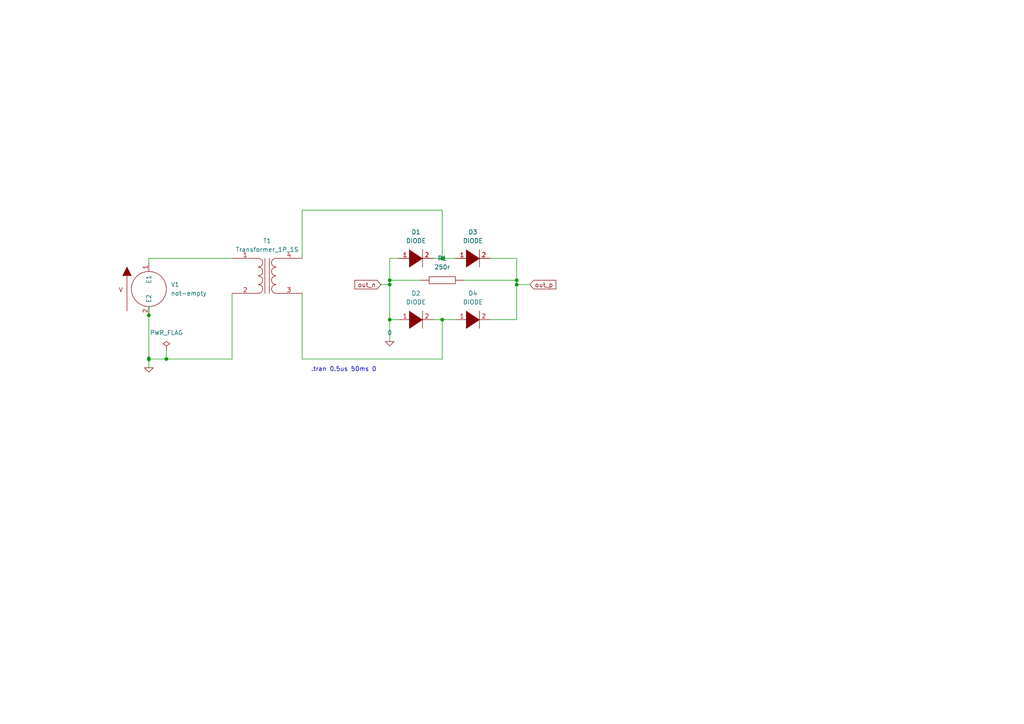
<source format=kicad_sch>
(kicad_sch (version 20211123) (generator eeschema)
  (paper "A4")
  (lib_symbols
    (symbol "Device:Transformer_1P_1S" (pin_names (offset 1.016) hide)
      (property "Reference" "T" (at 0 6.35 0))
      (property "Value" "Transformer_1P_1S" (at 0 -7.62 0))
      (symbol "Transformer_1P_1S_0_1"
        (arc (start -2.54 -5.0546) (mid -1.6561 -4.6863) (end -1.27 -3.81))
        (arc (start -2.54 -2.5146) (mid -1.6561 -2.1463) (end -1.27 -1.27))
        (arc (start -2.54 0.0254) (mid -1.6561 0.3937) (end -1.27 1.27))
        (arc (start -2.54 2.5654) (mid -1.6561 2.9337) (end -1.27 3.81))
        (arc (start -1.27 -3.81) (mid -1.642 -2.912) (end -2.54 -2.54))
        (arc (start -1.27 -1.27) (mid -1.642 -0.372) (end -2.54 0))
        (arc (start -1.27 1.27) (mid -1.642 2.168) (end -2.54 2.54))
        (arc (start -1.27 3.81) (mid -1.642 4.708) (end -2.54 5.08))
        (polyline (pts (xy -0.635 5.08) (xy -0.635 -5.08)))
        (polyline (pts (xy 0.635 -5.08) (xy 0.635 5.08)))
        (arc (start 1.2954 -1.27) (mid 1.6599 -2.1501) (end 2.54 -2.5146))
        (arc (start 1.2954 1.27) (mid 1.6599 0.3899) (end 2.54 0.0254))
        (arc (start 1.2954 3.81) (mid 1.6599 2.9299) (end 2.54 2.5654))
        (arc (start 1.3208 -3.81) (mid 1.6853 -4.6901) (end 2.5654 -5.0546))
        (arc (start 2.54 0) (mid 1.6456 -0.3683) (end 1.2954 -1.27))
        (arc (start 2.54 2.54) (mid 1.6456 2.1717) (end 1.2954 1.27))
        (arc (start 2.54 5.08) (mid 1.6456 4.7117) (end 1.2954 3.81))
        (arc (start 2.5654 -2.54) (mid 1.671 -2.9083) (end 1.3208 -3.81))
      )
      (symbol "Transformer_1P_1S_1_1"
        (pin passive line (at -10.16 5.08 0) (length 7.62) (name "AA") (number "1"))
        (pin passive line (at -10.16 -5.08 0) (length 7.62) (name "AB") (number "2"))
        (pin passive line (at 10.16 -5.08 180) (length 7.62) (name "SA") (number "3"))
        (pin passive line (at 10.16 5.08 180) (length 7.62) (name "SB") (number "4"))
      )
    )
    (symbol "power:PWR_FLAG" (power) (pin_numbers hide) (pin_names (offset 0) hide)
      (property "Value" "PWR_FLAG" (at 0 3.81 0))
      (symbol "PWR_FLAG_0_0"
        (pin power_out line (at 0 0 90) (length 0) (name "pwr") (number "1"))
      )
      (symbol "PWR_FLAG_0_1"
        (polyline (pts (xy 0 0) (xy 0 1.27) (xy -1.016 1.905) (xy 0 2.54) (xy 1.016 1.905) (xy 0 1.27)))
      )
    )
    (symbol "pspice:0" (power) (pin_names (offset 0))
      (property "Value" "0" (at 0 -1.778 0))
      (symbol "0_0_1"
        (polyline (pts (xy -1.27 0) (xy 0 -1.27) (xy 1.27 0) (xy -1.27 0)))
      )
      (symbol "0_1_1"
        (pin power_in line (at 0 0 0) (length 0) hide (name "0") (number "1"))
      )
    )
    (symbol "pspice:DIODE" (pin_names (offset 1.016) hide)
      (property "Reference" "D" (at 0 3.81 0))
      (property "Value" "DIODE" (at 0 -4.445 0))
      (symbol "DIODE_0_1"
        (polyline (pts (xy 1.905 2.54) (xy 1.905 -2.54)))
        (polyline (pts (xy -1.905 2.54) (xy -1.905 -2.54) (xy 1.905 0)) (fill (type outline)))
      )
      (symbol "DIODE_1_1"
        (pin input line (at -5.08 0 0) (length 3.81) (name "K") (number "1"))
        (pin input line (at 5.08 0 180) (length 3.81) (name "A") (number "2"))
      )
    )
    (symbol "pspice:R" (pin_numbers hide) (pin_names (offset 0))
      (property "Reference" "R" (at 2.032 0 90))
      (property "Value" "R" (at 0 0 90))
      (symbol "R_0_1"
        (rectangle (start -1.016 3.81) (end 1.016 -3.81))
      )
      (symbol "R_1_1"
        (pin passive line (at 0 6.35 270) (length 2.54) (name "~") (number "1"))
        (pin passive line (at 0 -6.35 90) (length 2.54) (name "~") (number "2"))
      )
    )
    (symbol "pspice:VSOURCE" (pin_names (offset 1.016))
      (property "Reference" "V" (at -6.35 7.62 0))
      (property "Value" "VSOURCE" (at 0 0 0))
      (symbol "VSOURCE_0_1"
        (polyline (pts (xy -6.35 -6.35) (xy -6.35 3.81)) (fill (type outline)))
        (polyline (pts (xy -7.62 3.81) (xy -6.35 6.35) (xy -5.08 3.81)) (fill (type outline)))
        (circle (center 0 0) (radius 5.08))
        (text "V" (at -8.128 -0.254 0) (effects (font (size 1.27 1.27))))
      )
      (symbol "VSOURCE_1_1"
        (pin input line (at 0 7.62 270) (length 2.54) (name "E1") (number "1"))
        (pin input line (at 0 -7.62 90) (length 2.54) (name "E2") (number "2"))
      )
    )
  )
  (junction (at 128.27 92.71))
  (junction (at 113.03 82.55))
  (junction (at 48.26 104.14))
  (junction (at 113.03 92.71))
  (junction (at 113.03 81.28))
  (junction (at 149.86 82.55))
  (junction (at 128.27 74.93))
  (junction (at 149.86 81.28))
  (junction (at 43.18 91.44))
  (junction (at 43.18 104.14))
  (wire (pts (xy 125.73 74.93) (xy 128.27 74.93)))
  (wire (pts (xy 87.63 60.96) (xy 128.27 60.96)))
  (wire (pts (xy 125.73 92.71) (xy 128.27 92.71)))
  (wire (pts (xy 149.86 81.28) (xy 149.86 74.93)))
  (wire (pts (xy 48.26 101.6) (xy 48.26 104.14)))
  (wire (pts (xy 113.03 81.28) (xy 121.92 81.28)))
  (wire (pts (xy 67.31 85.09) (xy 67.31 104.14)))
  (wire (pts (xy 43.18 91.44) (xy 43.18 104.14)))
  (wire (pts (xy 149.86 92.71) (xy 149.86 82.55)))
  (wire (pts (xy 128.27 104.14) (xy 128.27 92.71)))
  (wire (pts (xy 43.18 74.93) (xy 67.31 74.93)))
  (wire (pts (xy 110.49 82.55) (xy 113.03 82.55)))
  (wire (pts (xy 43.18 104.14) (xy 43.18 106.68)))
  (wire (pts (xy 134.62 81.28) (xy 149.86 81.28)))
  (wire (pts (xy 128.27 60.96) (xy 128.27 74.93)))
  (wire (pts (xy 43.18 88.9) (xy 43.18 91.44)))
  (wire (pts (xy 128.27 74.93) (xy 132.08 74.93)))
  (wire (pts (xy 142.24 92.71) (xy 149.86 92.71)))
  (wire (pts (xy 149.86 82.55) (xy 153.67 82.55)))
  (wire (pts (xy 87.63 85.09) (xy 87.63 104.14)))
  (wire (pts (xy 113.03 74.93) (xy 115.57 74.93)))
  (wire (pts (xy 149.86 74.93) (xy 142.24 74.93)))
  (wire (pts (xy 149.86 82.55) (xy 149.86 81.28)))
  (wire (pts (xy 87.63 104.14) (xy 128.27 104.14)))
  (wire (pts (xy 48.26 104.14) (xy 67.31 104.14)))
  (wire (pts (xy 113.03 82.55) (xy 113.03 92.71)))
  (wire (pts (xy 113.03 92.71) (xy 115.57 92.71)))
  (wire (pts (xy 87.63 74.93) (xy 87.63 60.96)))
  (wire (pts (xy 128.27 92.71) (xy 132.08 92.71)))
  (wire (pts (xy 43.18 74.93) (xy 43.18 76.2)))
  (wire (pts (xy 113.03 81.28) (xy 113.03 74.93)))
  (wire (pts (xy 43.18 104.14) (xy 48.26 104.14)))
  (wire (pts (xy 113.03 92.71) (xy 113.03 99.06)))
  (wire (pts (xy 113.03 81.28) (xy 113.03 82.55)))
  (text ".tran 0.5us 50ms 0" (at 90.17 107.95 0) (effects (font (size 1.27 1.27)) (justify left bottom)))
  (global_label "out_p" (shape input) (at 153.67 82.55 0) (property "Intersheet References" "${INTERSHEET_REFS}" (effects hide)))
  (global_label "out_n" (shape input) (at 110.49 82.55 180) (property "Intersheet References" "${INTERSHEET_REFS}" (effects hide)))
  (symbol (lib_id "pspice:0") (at 113.03 99.06 0) (unit 1)
    (property "Reference" "#GND01" (effects hide))
    (property "Value" "0" (at 113.03 96.52 0))
  )
  (symbol (lib_id "pspice:R") (at 128.27 81.28 90) (unit 1)
    (property "Reference" "R1" (at 128.27 74.93 90))
    (property "Value" "250r" (at 128.27 77.47 90))
  )
  (symbol (lib_id "pspice:DIODE") (at 137.16 74.93 0) (unit 1)
    (property "Reference" "D3" (at 137.16 67.31 0))
    (property "Value" "DIODE" (at 137.16 69.85 0))
    (property "Spice_Primitive" "D" (effects hide))
    (property "Spice_Model" "D1N914" (effects hide))
    (property "Spice_Netlist_Enabled" "Y" (effects hide))
    (property "Spice_Lib_File" "/home/pete/Downloads/KiCad-Spice-Library-master/Models/Diode/diode.lib" (effects hide))
  )
  (symbol (lib_id "pspice:DIODE") (at 120.65 92.71 0) (unit 1)
    (property "Reference" "D2" (at 120.65 85.09 0))
    (property "Value" "DIODE" (at 120.65 87.63 0))
    (property "Spice_Primitive" "D" (effects hide))
    (property "Spice_Model" "D1N914" (effects hide))
    (property "Spice_Netlist_Enabled" "Y" (effects hide))
    (property "Spice_Lib_File" "/home/pete/Downloads/KiCad-Spice-Library-master/Models/Diode/diode.lib" (effects hide))
  )
  (symbol (lib_id "pspice:VSOURCE") (at 43.18 83.82 0) (unit 1)
    (property "Reference" "V1" (at 49.53 82.5499 0) (effects (justify left)))
    (property "Value" "not-empty" (at 49.53 85.0899 0) (effects (justify left)))
    (property "Spice_Primitive" "V" (effects hide))
    (property "Spice_Model" "sin(0 60 60 0 0)" (effects hide))
    (property "Spice_Netlist_Enabled" "Y" (effects hide))
  )
  (symbol (lib_id "pspice:0") (at 43.18 106.68 0) (unit 1)
    (property "Reference" "#GND02" (effects hide))
    (property "Value" "0" (at 43.18 104.14 0))
  )
  (symbol (lib_id "Device:Transformer_1P_1S") (at 77.47 80.01 0) (unit 1)
    (property "Reference" "T1" (at 77.4827 69.85 0))
    (property "Value" "Transformer_1P_1S" (at 77.4827 72.39 0))
    (property "Spice_Primitive" "X" (effects hide))
    (property "Spice_Model" "XFORMER" (effects hide))
    (property "Spice_Netlist_Enabled" "Y" (effects hide))
    (property "Spice_Lib_File" "/home/pete/Desktop/xformer.lib" (effects hide))
  )
  (symbol (lib_id "pspice:DIODE") (at 137.16 92.71 0) (unit 1)
    (property "Reference" "D4" (at 137.16 85.09 0))
    (property "Value" "DIODE" (at 137.16 87.63 0))
    (property "Spice_Primitive" "D" (effects hide))
    (property "Spice_Model" "D1N914" (effects hide))
    (property "Spice_Netlist_Enabled" "Y" (effects hide))
    (property "Spice_Lib_File" "/home/pete/Downloads/KiCad-Spice-Library-master/Models/Diode/diode.lib" (effects hide))
  )
  (symbol (lib_id "pspice:DIODE") (at 120.65 74.93 0) (unit 1)
    (property "Reference" "D1" (at 120.65 67.31 0))
    (property "Value" "DIODE" (at 120.65 69.85 0))
    (property "Spice_Primitive" "D" (effects hide))
    (property "Spice_Model" "D1N914" (effects hide))
    (property "Spice_Netlist_Enabled" "Y" (effects hide))
    (property "Spice_Lib_File" "/home/pete/Downloads/KiCad-Spice-Library-master/Models/Diode/diode.lib" (effects hide))
  )
  (symbol (lib_id "power:PWR_FLAG") (at 48.26 101.6 0) (unit 1)
    (property "Reference" "#FLG0101" (effects hide))
    (property "Value" "PWR_FLAG" (at 48.26 96.52 0))
  )
)
</source>
